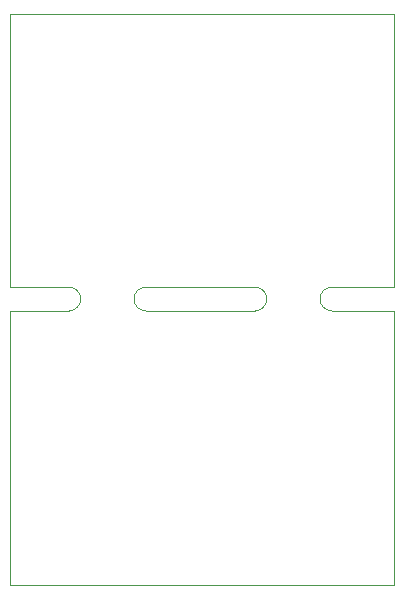
<source format=gm1>
G04 #@! TF.GenerationSoftware,KiCad,Pcbnew,9.0.4*
G04 #@! TF.CreationDate,2025-12-28T16:32:26+01:00*
G04 #@! TF.ProjectId,UWU_AK_V3_Mouse,5557555f-414b-45f5-9633-5f4d6f757365,rev?*
G04 #@! TF.SameCoordinates,Original*
G04 #@! TF.FileFunction,Profile,NP*
%FSLAX46Y46*%
G04 Gerber Fmt 4.6, Leading zero omitted, Abs format (unit mm)*
G04 Created by KiCad (PCBNEW 9.0.4) date 2025-12-28 16:32:26*
%MOMM*%
%LPD*%
G01*
G04 APERTURE LIST*
G04 #@! TA.AperFunction,Profile*
%ADD10C,0.050000*%
G04 #@! TD*
G04 APERTURE END LIST*
D10*
X138000000Y-85250000D02*
X138000000Y-62155000D01*
X131750000Y-86250000D02*
G75*
G02*
X132750000Y-85250000I1000000J0D01*
G01*
X126250000Y-87250000D02*
X117000000Y-87250000D01*
X138000000Y-62155000D02*
X105500000Y-62155000D01*
X105500000Y-62155000D02*
X105500000Y-85250003D01*
X117000000Y-87250000D02*
G75*
G02*
X116000000Y-86250000I0J1000000D01*
G01*
X105500000Y-110500000D02*
X138000000Y-110500000D01*
X105500000Y-87250000D02*
X105500000Y-110500000D01*
X138000000Y-87250000D02*
X132750000Y-87250000D01*
X110500000Y-87250000D02*
X105500000Y-87250000D01*
X116000000Y-86250000D02*
G75*
G02*
X117000000Y-85250000I1000000J0D01*
G01*
X111499996Y-86250001D02*
G75*
G02*
X110500001Y-87249996I-999996J1D01*
G01*
X132750000Y-85250000D02*
X138000000Y-85250000D01*
X127249997Y-86250001D02*
G75*
G02*
X126250000Y-87249997I-999997J1D01*
G01*
X110500001Y-85250003D02*
G75*
G02*
X111499997Y-86250001I-1J-999997D01*
G01*
X117000000Y-85250000D02*
X126250000Y-85250000D01*
X110500000Y-85250003D02*
X105500000Y-85250003D01*
X126250000Y-85250002D02*
G75*
G02*
X127249998Y-86250000I0J-999998D01*
G01*
X138000000Y-110500000D02*
X138000000Y-87250000D01*
X132750000Y-87250000D02*
G75*
G02*
X131750000Y-86250000I0J1000000D01*
G01*
M02*

</source>
